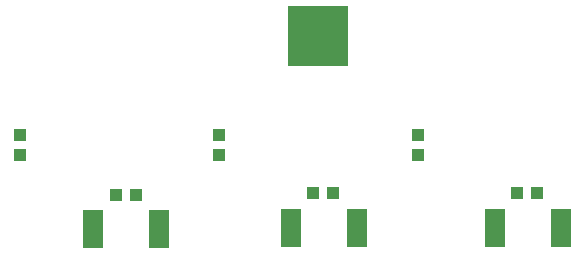
<source format=gbr>
G04 EAGLE Gerber RS-274X export*
G75*
%MOMM*%
%FSLAX34Y34*%
%LPD*%
%INSolderpaste Bottom*%
%IPPOS*%
%AMOC8*
5,1,8,0,0,1.08239X$1,22.5*%
G01*
%ADD10R,5.080000X5.080000*%
%ADD11R,1.800000X3.200000*%
%ADD12R,1.100000X1.000000*%
%ADD13R,1.000000X1.100000*%


D10*
X577850Y350520D03*
D11*
X443290Y186690D03*
X387290Y186690D03*
X610930Y187960D03*
X554930Y187960D03*
X783650Y187960D03*
X727650Y187960D03*
D12*
X423790Y215900D03*
X406790Y215900D03*
X590160Y217170D03*
X573160Y217170D03*
X762880Y217170D03*
X745880Y217170D03*
D13*
X325120Y249310D03*
X325120Y266310D03*
X494030Y249310D03*
X494030Y266310D03*
X662305Y249310D03*
X662305Y266310D03*
M02*

</source>
